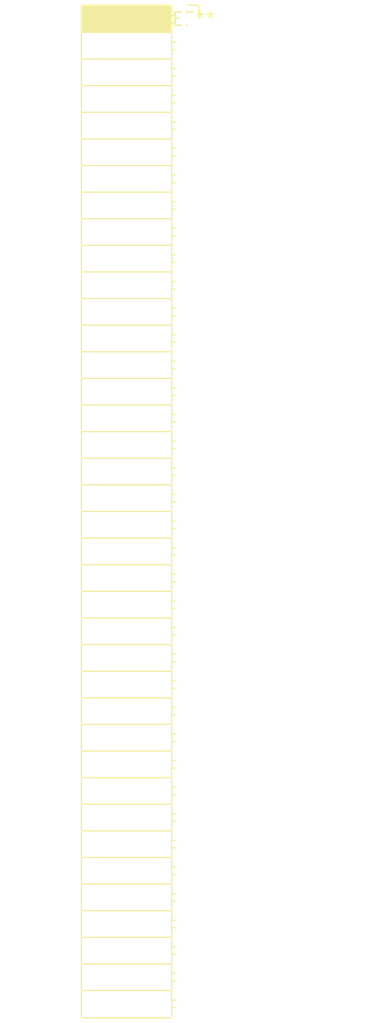
<source format=kicad_pcb>
(kicad_pcb (version 20240108) (generator pcbnew)
  (layers (0 "F.Cu" signal) (31 "B.Cu" signal) (34 "B.Paste" user) (35 "F.Paste" user) (36 "B.SilkS" user "B.Silkscreen") (37 "F.SilkS" user "F.Silkscreen") (38 "B.Mask" user) (39 "F.Mask" user) (44 "Edge.Cuts" user))
  (net 0 "")
  (footprint "PinSocket_1x38_P2.54mm_Horizontal" (layer "F.Cu") (at 0 0)
    (property "Reference" "REF**")
    (property "Value" "PinSocket_1x38_P2.54mm_Horizontal")
    (fp_line (start -10.09 -1.33) (end -10.09 95.31) (layer "F.SilkS") (stroke (width 0.12)))
    (fp_line (start -10.09 -1.33) (end -1.46 -1.33) (layer "F.SilkS") (stroke (width 0.12)))
    (fp_line (start -10.09 -1.21) (end -1.46 -1.21) (layer "F.SilkS") (stroke (width 0.12)))
    (fp_line (start -10.09 -1.091905) (end -1.46 -1.091905) (layer "F.SilkS") (stroke (width 0.12)))
    (fp_line (start -10.09 -0.97381) (end -1.46 -0.97381) (layer "F.SilkS") (stroke (width 0.12)))
    (fp_line (start -10.09 -0.855715) (end -1.46 -0.855715) (layer "F.SilkS") (stroke (width 0.12)))
    (fp_line (start -10.09 -0.73762) (end -1.46 -0.73762) (layer "F.SilkS") (stroke (width 0.12)))
    (fp_line (start -10.09 -0.619525) (end -1.46 -0.619525) (layer "F.SilkS") (stroke (width 0.12)))
    (fp_line (start -10.09 -0.50143) (end -1.46 -0.50143) (layer "F.SilkS") (stroke (width 0.12)))
    (fp_line (start -10.09 -0.383335) (end -1.46 -0.383335) (layer "F.SilkS") (stroke (width 0.12)))
    (fp_line (start -10.09 -0.26524) (end -1.46 -0.26524) (layer "F.SilkS") (stroke (width 0.12)))
    (fp_line (start -10.09 -0.147145) (end -1.46 -0.147145) (layer "F.SilkS") (stroke (width 0.12)))
    (fp_line (start -10.09 -0.02905) (end -1.46 -0.02905) (layer "F.SilkS") (stroke (width 0.12)))
    (fp_line (start -10.09 0.089045) (end -1.46 0.089045) (layer "F.SilkS") (stroke (width 0.12)))
    (fp_line (start -10.09 0.20714) (end -1.46 0.20714) (layer "F.SilkS") (stroke (width 0.12)))
    (fp_line (start -10.09 0.325235) (end -1.46 0.325235) (layer "F.SilkS") (stroke (width 0.12)))
    (fp_line (start -10.09 0.44333) (end -1.46 0.44333) (layer "F.SilkS") (stroke (width 0.12)))
    (fp_line (start -10.09 0.561425) (end -1.46 0.561425) (layer "F.SilkS") (stroke (width 0.12)))
    (fp_line (start -10.09 0.67952) (end -1.46 0.67952) (layer "F.SilkS") (stroke (width 0.12)))
    (fp_line (start -10.09 0.797615) (end -1.46 0.797615) (layer "F.SilkS") (stroke (width 0.12)))
    (fp_line (start -10.09 0.91571) (end -1.46 0.91571) (layer "F.SilkS") (stroke (width 0.12)))
    (fp_line (start -10.09 1.033805) (end -1.46 1.033805) (layer "F.SilkS") (stroke (width 0.12)))
    (fp_line (start -10.09 1.1519) (end -1.46 1.1519) (layer "F.SilkS") (stroke (width 0.12)))
    (fp_line (start -10.09 1.27) (end -1.46 1.27) (layer "F.SilkS") (stroke (width 0.12)))
    (fp_line (start -10.09 3.81) (end -1.46 3.81) (layer "F.SilkS") (stroke (width 0.12)))
    (fp_line (start -10.09 6.35) (end -1.46 6.35) (layer "F.SilkS") (stroke (width 0.12)))
    (fp_line (start -10.09 8.89) (end -1.46 8.89) (layer "F.SilkS") (stroke (width 0.12)))
    (fp_line (start -10.09 11.43) (end -1.46 11.43) (layer "F.SilkS") (stroke (width 0.12)))
    (fp_line (start -10.09 13.97) (end -1.46 13.97) (layer "F.SilkS") (stroke (width 0.12)))
    (fp_line (start -10.09 16.51) (end -1.46 16.51) (layer "F.SilkS") (stroke (width 0.12)))
    (fp_line (start -10.09 19.05) (end -1.46 19.05) (layer "F.SilkS") (stroke (width 0.12)))
    (fp_line (start -10.09 21.59) (end -1.46 21.59) (layer "F.SilkS") (stroke (width 0.12)))
    (fp_line (start -10.09 24.13) (end -1.46 24.13) (layer "F.SilkS") (stroke (width 0.12)))
    (fp_line (start -10.09 26.67) (end -1.46 26.67) (layer "F.SilkS") (stroke (width 0.12)))
    (fp_line (start -10.09 29.21) (end -1.46 29.21) (layer "F.SilkS") (stroke (width 0.12)))
    (fp_line (start -10.09 31.75) (end -1.46 31.75) (layer "F.SilkS") (stroke (width 0.12)))
    (fp_line (start -10.09 34.29) (end -1.46 34.29) (layer "F.SilkS") (stroke (width 0.12)))
    (fp_line (start -10.09 36.83) (end -1.46 36.83) (layer "F.SilkS") (stroke (width 0.12)))
    (fp_line (start -10.09 39.37) (end -1.46 39.37) (layer "F.SilkS") (stroke (width 0.12)))
    (fp_line (start -10.09 41.91) (end -1.46 41.91) (layer "F.SilkS") (stroke (width 0.12)))
    (fp_line (start -10.09 44.45) (end -1.46 44.45) (layer "F.SilkS") (stroke (width 0.12)))
    (fp_line (start -10.09 46.99) (end -1.46 46.99) (layer "F.SilkS") (stroke (width 0.12)))
    (fp_line (start -10.09 49.53) (end -1.46 49.53) (layer "F.SilkS") (stroke (width 0.12)))
    (fp_line (start -10.09 52.07) (end -1.46 52.07) (layer "F.SilkS") (stroke (width 0.12)))
    (fp_line (start -10.09 54.61) (end -1.46 54.61) (layer "F.SilkS") (stroke (width 0.12)))
    (fp_line (start -10.09 57.15) (end -1.46 57.15) (layer "F.SilkS") (stroke (width 0.12)))
    (fp_line (start -10.09 59.69) (end -1.46 59.69) (layer "F.SilkS") (stroke (width 0.12)))
    (fp_line (start -10.09 62.23) (end -1.46 62.23) (layer "F.SilkS") (stroke (width 0.12)))
    (fp_line (start -10.09 64.77) (end -1.46 64.77) (layer "F.SilkS") (stroke (width 0.12)))
    (fp_line (start -10.09 67.31) (end -1.46 67.31) (layer "F.SilkS") (stroke (width 0.12)))
    (fp_line (start -10.09 69.85) (end -1.46 69.85) (layer "F.SilkS") (stroke (width 0.12)))
    (fp_line (start -10.09 72.39) (end -1.46 72.39) (layer "F.SilkS") (stroke (width 0.12)))
    (fp_line (start -10.09 74.93) (end -1.46 74.93) (layer "F.SilkS") (stroke (width 0.12)))
    (fp_line (start -10.09 77.47) (end -1.46 77.47) (layer "F.SilkS") (stroke (width 0.12)))
    (fp_line (start -10.09 80.01) (end -1.46 80.01) (layer "F.SilkS") (stroke (width 0.12)))
    (fp_line (start -10.09 82.55) (end -1.46 82.55) (layer "F.SilkS") (stroke (width 0.12)))
    (fp_line (start -10.09 85.09) (end -1.46 85.09) (layer "F.SilkS") (stroke (width 0.12)))
    (fp_line (start -10.09 87.63) (end -1.46 87.63) (layer "F.SilkS") (stroke (width 0.12)))
    (fp_line (start -10.09 90.17) (end -1.46 90.17) (layer "F.SilkS") (stroke (width 0.12)))
    (fp_line (start -10.09 92.71) (end -1.46 92.71) (layer "F.SilkS") (stroke (width 0.12)))
    (fp_line (start -10.09 95.31) (end -1.46 95.31) (layer "F.SilkS") (stroke (width 0.12)))
    (fp_line (start -1.46 -1.33) (end -1.46 95.31) (layer "F.SilkS") (stroke (width 0.12)))
    (fp_line (start -1.46 -0.36) (end -1.11 -0.36) (layer "F.SilkS") (stroke (width 0.12)))
    (fp_line (start -1.46 0.36) (end -1.11 0.36) (layer "F.SilkS") (stroke (width 0.12)))
    (fp_line (start -1.46 2.18) (end -1.05 2.18) (layer "F.SilkS") (stroke (width 0.12)))
    (fp_line (start -1.46 2.9) (end -1.05 2.9) (layer "F.SilkS") (stroke (width 0.12)))
    (fp_line (start -1.46 4.72) (end -1.05 4.72) (layer "F.SilkS") (stroke (width 0.12)))
    (fp_line (start -1.46 5.44) (end -1.05 5.44) (layer "F.SilkS") (stroke (width 0.12)))
    (fp_line (start -1.46 7.26) (end -1.05 7.26) (layer "F.SilkS") (stroke (width 0.12)))
    (fp_line (start -1.46 7.98) (end -1.05 7.98) (layer "F.SilkS") (stroke (width 0.12)))
    (fp_line (start -1.46 9.8) (end -1.05 9.8) (layer "F.SilkS") (stroke (width 0.12)))
    (fp_line (start -1.46 10.52) (end -1.05 10.52) (layer "F.SilkS") (stroke (width 0.12)))
    (fp_line (start -1.46 12.34) (end -1.05 12.34) (layer "F.SilkS") (stroke (width 0.12)))
    (fp_line (start -1.46 13.06) (end -1.05 13.06) (layer "F.SilkS") (stroke (width 0.12)))
    (fp_line (start -1.46 14.88) (end -1.05 14.88) (layer "F.SilkS") (stroke (width 0.12)))
    (fp_line (start -1.46 15.6) (end -1.05 15.6) (layer "F.SilkS") (stroke (width 0.12)))
    (fp_line (start -1.46 17.42) (end -1.05 17.42) (layer "F.SilkS") (stroke (width 0.12)))
    (fp_line (start -1.46 18.14) (end -1.05 18.14) (layer "F.SilkS") (stroke (width 0.12)))
    (fp_line (start -1.46 19.96) (end -1.05 19.96) (layer "F.SilkS") (stroke (width 0.12)))
    (fp_line (start -1.46 20.68) (end -1.05 20.68) (layer "F.SilkS") (stroke (width 0.12)))
    (fp_line (start -1.46 22.5) (end -1.05 22.5) (layer "F.SilkS") (stroke (width 0.12)))
    (fp_line (start -1.46 23.22) (end -1.05 23.22) (layer "F.SilkS") (stroke (width 0.12)))
    (fp_line (start -1.46 25.04) (end -1.05 25.04) (layer "F.SilkS") (stroke (width 0.12)))
    (fp_line (start -1.46 25.76) (end -1.05 25.76) (layer "F.SilkS") (stroke (width 0.12)))
    (fp_line (start -1.46 27.58) (end -1.05 27.58) (layer "F.SilkS") (stroke (width 0.12)))
    (fp_line (start -1.46 28.3) (end -1.05 28.3) (layer "F.SilkS") (stroke (width 0.12)))
    (fp_line (start -1.46 30.12) (end -1.05 30.12) (layer "F.SilkS") (stroke (width 0.12)))
    (fp_line (start -1.46 30.84) (end -1.05 30.84) (layer "F.SilkS") (stroke (width 0.12)))
    (fp_line (start -1.46 32.66) (end -1.05 32.66) (layer "F.SilkS") (stroke (width 0.12)))
    (fp_line (start -1.46 33.38) (end -1.05 33.38) (layer "F.SilkS") (stroke (width 0.12)))
    (fp_line (start -1.46 35.2) (end -1.05 35.2) (layer "F.SilkS") (stroke (width 0.12)))
    (fp_line (start -1.46 35.92) (end -1.05 35.92) (layer "F.SilkS") (stroke (width 0.12)))
    (fp_line (start -1.46 37.74) (end -1.05 37.74) (layer "F.SilkS") (stroke (width 0.12)))
    (fp_line (start -1.46 38.46) (end -1.05 38.46) (layer "F.SilkS") (stroke (width 0.12)))
    (fp_line (start -1.46 40.28) (end -1.05 40.28) (layer "F.SilkS") (stroke (width 0.12)))
    (fp_line (start -1.46 41) (end -1.05 41) (layer "F.SilkS") (stroke (width 0.12)))
    (fp_line (start -1.46 42.82) (end -1.05 42.82) (layer "F.SilkS") (stroke (width 0.12)))
    (fp_line (start -1.46 43.54) (end -1.05 43.54) (layer "F.SilkS") (stroke (width 0.12)))
    (fp_line (start -1.46 45.36) (end -1.05 45.36) (layer "F.SilkS") (stroke (width 0.12)))
    (fp_line (start -1.46 46.08) (end -1.05 46.08) (layer "F.SilkS") (stroke (width 0.12)))
    (fp_line (start -1.46 47.9) (end -1.05 47.9) (layer "F.SilkS") (stroke (width 0.12)))
    (fp_line (start -1.46 48.62) (end -1.05 48.62) (layer "F.SilkS") (stroke (width 0.12)))
    (fp_line (start -1.46 50.44) (end -1.05 50.44) (layer "F.SilkS") (stroke (width 0.12)))
    (fp_line (start -1.46 51.16) (end -1.05 51.16) (layer "F.SilkS") (stroke (width 0.12)))
    (fp_line (start -1.46 52.98) (end -1.05 52.98) (layer "F.SilkS") (stroke (width 0.12)))
    (fp_line (start -1.46 53.7) (end -1.05 53.7) (layer "F.SilkS") (stroke (width 0.12)))
    (fp_line (start -1.46 55.52) (end -1.05 55.52) (layer "F.SilkS") (stroke (width 0.12)))
    (fp_line (start -1.46 56.24) (end -1.05 56.24) (layer "F.SilkS") (stroke (width 0.12)))
    (fp_line (start -1.46 58.06) (end -1.05 58.06) (layer "F.SilkS") (stroke (width 0.12)))
    (fp_line (start -1.46 58.78) (end -1.05 58.78) (layer "F.SilkS") (stroke (width 0.12)))
    (fp_line (start -1.46 60.6) (end -1.05 60.6) (layer "F.SilkS") (stroke (width 0.12)))
    (fp_line (start -1.46 61.32) (end -1.05 61.32) (layer "F.SilkS") (stroke (width 0.12)))
    (fp_line (start -1.46 63.14) (end -1.05 63.14) (layer "F.SilkS") (stroke (width 0.12)))
    (fp_line (start -1.46 63.86) (end -1.05 63.86) (layer "F.SilkS") (stroke (width 0.12)))
    (fp_line (start -1.46 65.68) (end -1.05 65.68) (layer "F.SilkS") (stroke (width 0.12)))
    (fp_line (start -1.46 66.4) (end -1.05 66.4) (layer "F.SilkS") (stroke (width 0.12)))
    (fp_line (start -1.46 68.22) (end -1.05 68.22) (layer "F.SilkS") (stroke (width 0.12)))
    (fp_line (start -1.46 68.94) (end -1.05 68.94) (layer "F.SilkS") (stroke (width 0.12)))
    (fp_line (start -1.46 70.76) (end -1.05 70.76) (layer "F.SilkS") (stroke (width 0.12)))
    (fp_line (start -1.46 71.48) (end -1.05 71.48) (layer "F.SilkS") (stroke (width 0.12)))
    (fp_line (start -1.46 73.3) (end -1.05 73.3) (layer "F.SilkS") (stroke (width 0.12)))
    (fp_line (start -1.46 74.02) (end -1.05 74.02) (layer "F.SilkS") (stroke (width 0.12)))
    (fp_line (start -1.46 75.84) (end -1.05 75.84) (layer "F.SilkS") (stroke (width 0.12)))
    (fp_line (start -1.46 76.56) (end -1.05 76.56) (layer "F.SilkS") (stroke (width 0.12)))
    (fp_line (start -1.46 78.38) (end -1.05 78.38) (layer "F.SilkS") (stroke (width 0.12)))
    (fp_line (start -1.46 79.1) (end -1.05 79.1) (layer "F.SilkS") (stroke (width 0.12)))
    (fp_line (start -1.46 80.92) (end -1.05 80.92) (layer "F.SilkS") (stroke (width 0.12)))
    (fp_line (start -1.46 81.64) (end -1.05 81.64) (layer "F.SilkS") (stroke (width 0.12)))
    (fp_line (start -1.46 83.46) (end -1.05 83.46) (layer "F.SilkS") (stroke (width 0.12)))
    (fp_line (start -1.46 84.18) (end -1.05 84.18) (layer "F.SilkS") (stroke (width 0.12)))
    (fp_line (start -1.46 86) (end -1.05 86) (layer "F.SilkS") (stroke (width 0.12)))
    (fp_line (start -1.46 86.72) (end -1.05 86.72) (layer "F.SilkS") (stroke (width 0.12)))
    (fp_line (start -1.46 88.54) (end -1.05 88.54) (layer "F.SilkS") (stroke (width 0.12)))
    (fp_line (start -1.46 89.26) (end -1.05 89.26) (layer "F.SilkS") (stroke (width 0.12)))
    (fp_line (start -1.46 91.08) (end -1.05 91.08) (layer "F.SilkS") (stroke (width 0.12)))
    (fp_line (start -1.46 91.8) (end -1.05 91.8) (layer "F.SilkS") (stroke (width 0.12)))
    (fp_line (start -1.46 93.62) (end -1.05 93.62) (layer "F.SilkS") (stroke (width 0.12)))
    (fp_line (start -1.46 94.34) (end -1.05 94.34) (layer "F.SilkS") (stroke (width 0.12)))
    (fp_line (start 0 -1.33) (end 1.11 -1.33) (layer "F.SilkS") (stroke (width 0.12)))
    (fp_line (start 1.11 -1.33) (end 1.11 0) (layer "F.SilkS") (stroke (width 0.12)))
    (pad "1" thru_hole rect (at 0 0) (size 1.7 1.7) (drill 1) (layers *.Cu *.Mask) (remove_unused_layers))
    (pad "2" thru_hole oval (at 0 2.54) (size 1.7 1.7) (drill 1) (layers *.Cu *.Mask) (remove_unused_layers))
    (pad "3" thru_hole oval (at 0 5.08) (size 1.7 1.7) (drill 1) (layers *.Cu *.Mask) (remove_unused_layers))
    (pad "4" thru_hole oval (at 0 7.62) (size 1.7 1.7) (drill 1) (layers *.Cu *.Mask) (remove_unused_layers))
    (pad "5" thru_hole oval (at 0 10.16) (size 1.7 1.7) (drill 1) (layers *.Cu *.Mask) (remove_unused_layers))
    (pad "6" thru_hole oval (at 0 12.7) (size 1.7 1.7) (drill 1) (layers *.Cu *.Mask) (remove_unused_layers))
    (pad "7" thru_hole oval (at 0 15.24) (size 1.7 1.7) (drill 1) (layers *.Cu *.Mask) (remove_unused_layers))
    (pad "8" thru_hole oval (at 0 17.78) (size 1.7 1.7) (drill 1) (layers *.Cu *.Mask) (remove_unused_layers))
    (pad "9" thru_hole oval (at 0 20.32) (size 1.7 1.7) (drill 1) (layers *.Cu *.Mask) (remove_unused_layers))
    (pad "10" thru_hole oval (at 0 22.86) (size 1.7 1.7) (drill 1) (layers *.Cu *.Mask) (remove_unused_layers))
    (pad "11" thru_hole oval (at 0 25.4) (size 1.7 1.7) (drill 1) (layers *.Cu *.Mask) (remove_unused_layers))
    (pad "12" thru_hole oval (at 0 27.94) (size 1.7 1.7) (drill 1) (layers *.Cu *.Mask) (remove_unused_layers))
    (pad "13" thru_hole oval (at 0 30.48) (size 1.7 1.7) (drill 1) (layers *.Cu *.Mask) (remove_unused_layers))
    (pad "14" thru_hole oval (at 0 33.02) (size 1.7 1.7) (drill 1) (layers *.Cu *.Mask) (remove_unused_layers))
    (pad "15" thru_hole oval (at 0 35.56) (size 1.7 1.7) (drill 1) (layers *.Cu *.Mask) (remove_unused_layers))
    (pad "16" thru_hole oval (at 0 38.1) (size 1.7 1.7) (drill 1) (layers *.Cu *.Mask) (remove_unused_layers))
    (pad "17" thru_hole oval (at 0 40.64) (size 1.7 1.7) (drill 1) (layers *.Cu *.Mask) (remove_unused_layers))
    (pad "18" thru_hole oval (at 0 43.18) (size 1.7 1.7) (drill 1) (layers *.Cu *.Mask) (remove_unused_layers))
    (pad "19" thru_hole oval (at 0 45.72) (size 1.7 1.7) (drill 1) (layers *.Cu *.Mask) (remove_unused_layers))
    (pad "20" thru_hole oval (at 0 48.26) (size 1.7 1.7) (drill 1) (layers *.Cu *.Mask) (remove_unused_layers))
    (pad "21" thru_hole oval (at 0 50.8) (size 1.7 1.7) (drill 1) (layers *.Cu *.Mask) (remove_unused_layers))
    (pad "22" thru_hole oval (at 0 53.34) (size 1.7 1.7) (drill 1) (layers *.Cu *.Mask) (remove_unused_layers))
    (pad "23" thru_hole oval (at 0 55.88) (size 1.7 1.7) (drill 1) (layers *.Cu *.Mask) (remove_unused_layers))
    (pad "24" thru_hole oval (at 0 58.42) (size 1.7 1.7) (drill 1) (layers *.Cu *.Mask) (remove_unused_layers))
    (pad "25" thru_hole oval (at 0 60.96) (size 1.7 1.7) (drill 1) (layers *.Cu *.Mask) (remove_unused_layers))
    (pad "26" thru_hole oval (at 0 63.5) (size 1.7 1.7) (drill 1) (layers *.Cu *.Mask) (remove_unused_layers))
    (pad "27" thru_hole oval (at 0 66.04) (size 1.7 1.7) (drill 1) (layers *.Cu *.Mask) (remove_unused_layers))
    (pad "28" thru_hole oval (at 0 68.58) (size 1.7 1.7) (drill 1) (layers *.Cu *.Mask) (remove_unused_layers))
    (pad "29" thru_hole oval (at 0 71.12) (size 1.7 1.7) (drill 1) (layers *.Cu *.Mask) (remove_unused_layers))
    (pad "30" thru_hole oval (at 0 73.66) (size 1.7 1.7) (drill 1) (layers *.Cu *.Mask) (remove_unused_layers))
    (pad "31" thru_hole oval (at 0 76.2) (size 1.7 1.7) (drill 1) (layers *.Cu *.Mask) (remove_unused_layers))
    (pad "32" thru_hole oval (at 0 78.74) (size 1.7 1.7) (drill 1) (layers *.Cu *.Mask) (remove_unused_layers))
    (pad "33" thru_hole oval (at 0 81.28) (size 1.7 1.7) (drill 1) (layers *.Cu *.Mask) (remove_unused_layers))
    (pad "34" thru_hole oval (at 0 83.82) (size 1.7 1.7) (drill 1) (layers *.Cu *.Mask) (remove_unused_layers))
    (pad "35" thru_hole oval (at 0 86.36) (size 1.7 1.7) (drill 1) (layers *.Cu *.Mask) (remove_unused_layers))
    (pad "36" thru_hole oval (at 0 88.9) (size 1.7 1.7) (drill 1) (layers *.Cu *.Mask) (remove_unused_layers))
    (pad "37" thru_hole oval (at 0 91.44) (size 1.7 1.7) (drill 1) (layers *.Cu *.Mask) (remove_unused_layers))
    (pad "38" thru_hole oval (at 0 93.98) (size 1.7 1.7) (drill 1) (layers *.Cu *.Mask) (remove_unused_layers))
  )
)
</source>
